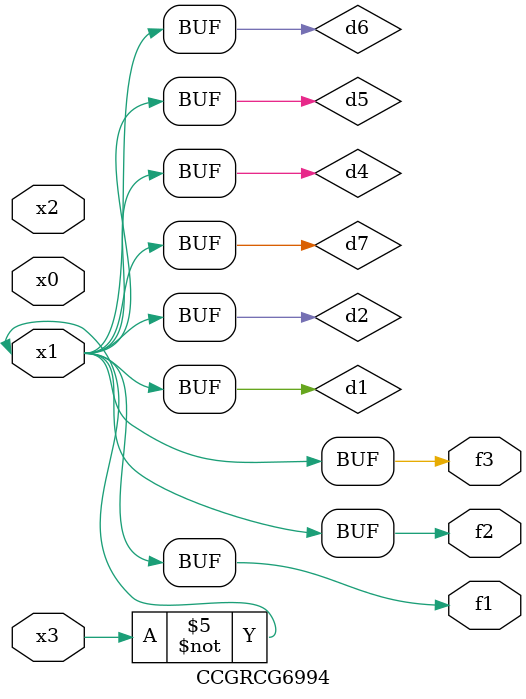
<source format=v>
module CCGRCG6994(
	input x0, x1, x2, x3,
	output f1, f2, f3
);

	wire d1, d2, d3, d4, d5, d6, d7;

	not (d1, x3);
	buf (d2, x1);
	xnor (d3, d1, d2);
	nor (d4, d1);
	buf (d5, d1, d2);
	buf (d6, d4, d5);
	nand (d7, d4);
	assign f1 = d6;
	assign f2 = d7;
	assign f3 = d6;
endmodule

</source>
